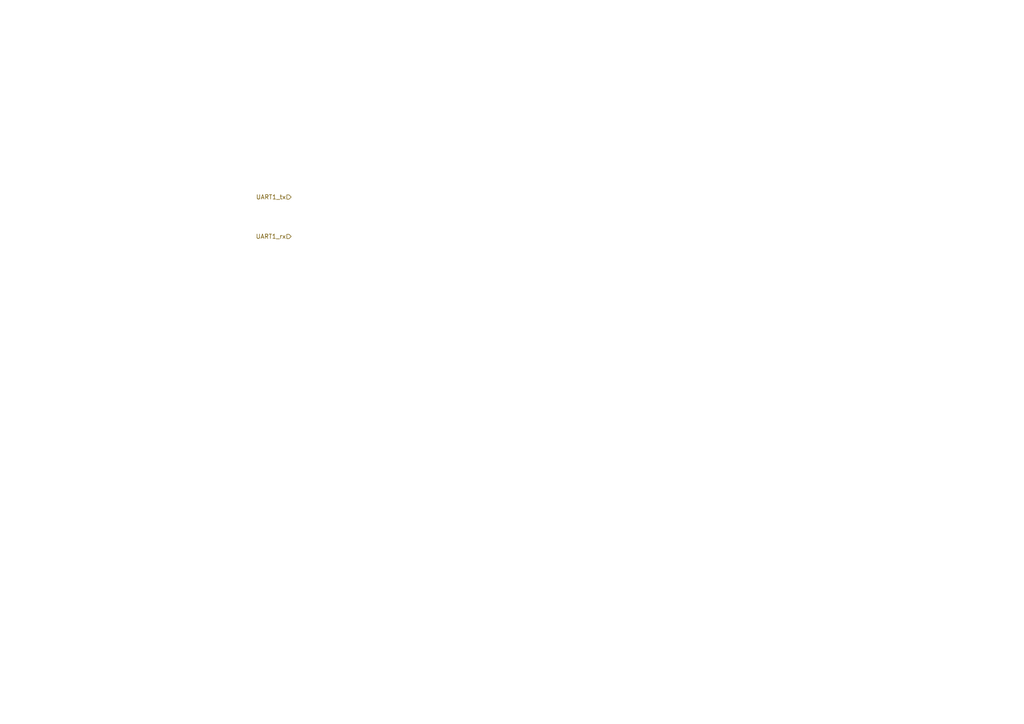
<source format=kicad_sch>
(kicad_sch (version 20230121) (generator eeschema)
  (paper "A4")
  (lib_symbols)
  (hierarchical_label "UART1_rx" (shape input) (at 84.455 68.58 180))
  (hierarchical_label "UART1_tx" (shape input) (at 84.455 57.15 180))
)
</source>
